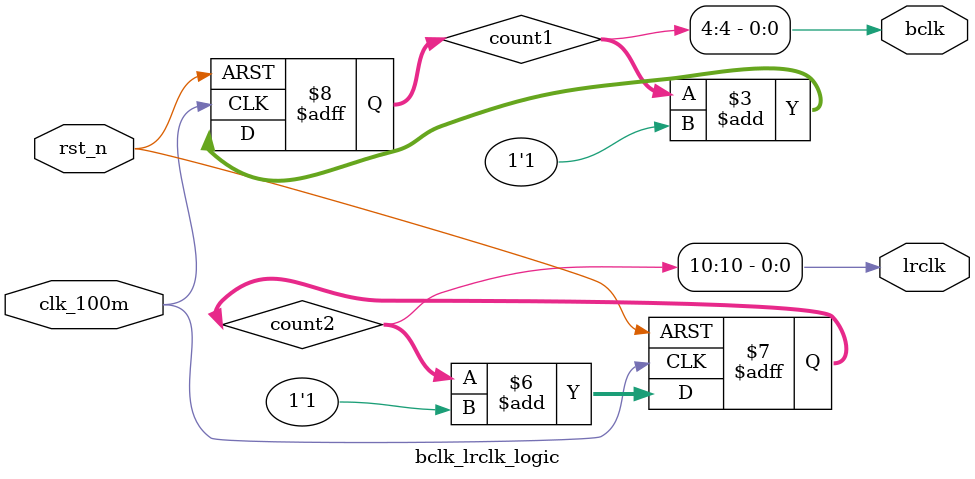
<source format=v>
module bclk_lrclk_logic(
    input clk_100m,
    input rst_n,
    output bclk,
    output lrclk
);

//产生bclk和lrclk信号：bclk:3M 100/32 lrclk:48k 100/2048
reg [4:0]count1;
always@(posedge clk_100m or negedge rst_n)
if(!rst_n)
    count1<=0;
else
    count1<=count1+1'b1;
assign bclk = count1[4];

reg [10:0]count2;
always@(posedge clk_100m or negedge rst_n)
if(!rst_n)
    count2<=0;
else
    count2<=count2+1'b1;
assign lrclk = count2[10];

endmodule

</source>
